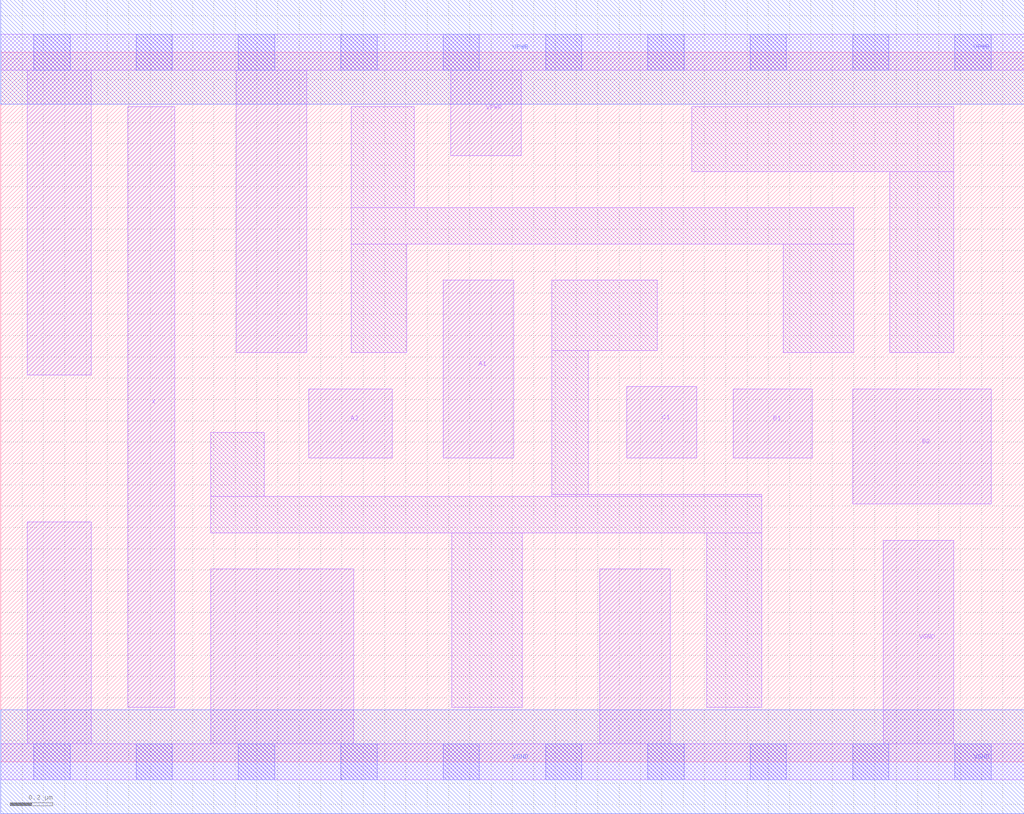
<source format=lef>
# Copyright 2020 The SkyWater PDK Authors
#
# Licensed under the Apache License, Version 2.0 (the "License");
# you may not use this file except in compliance with the License.
# You may obtain a copy of the License at
#
#     https://www.apache.org/licenses/LICENSE-2.0
#
# Unless required by applicable law or agreed to in writing, software
# distributed under the License is distributed on an "AS IS" BASIS,
# WITHOUT WARRANTIES OR CONDITIONS OF ANY KIND, either express or implied.
# See the License for the specific language governing permissions and
# limitations under the License.
#
# SPDX-License-Identifier: Apache-2.0

VERSION 5.7 ;
  NAMESCASESENSITIVE ON ;
  NOWIREEXTENSIONATPIN ON ;
  DIVIDERCHAR "/" ;
  BUSBITCHARS "[]" ;
UNITS
  DATABASE MICRONS 200 ;
END UNITS
MACRO sky130_fd_sc_lp__a221o_2
  CLASS CORE ;
  SOURCE USER ;
  FOREIGN sky130_fd_sc_lp__a221o_2 ;
  ORIGIN  0.000000  0.000000 ;
  SIZE  4.800000 BY  3.330000 ;
  SYMMETRY X Y R90 ;
  SITE unit ;
  PIN A1
    ANTENNAGATEAREA  0.315000 ;
    DIRECTION INPUT ;
    USE SIGNAL ;
    PORT
      LAYER li1 ;
        RECT 2.075000 1.425000 2.405000 2.260000 ;
    END
  END A1
  PIN A2
    ANTENNAGATEAREA  0.315000 ;
    DIRECTION INPUT ;
    USE SIGNAL ;
    PORT
      LAYER li1 ;
        RECT 1.445000 1.425000 1.835000 1.750000 ;
    END
  END A2
  PIN B1
    ANTENNAGATEAREA  0.315000 ;
    DIRECTION INPUT ;
    USE SIGNAL ;
    PORT
      LAYER li1 ;
        RECT 3.435000 1.425000 3.805000 1.750000 ;
    END
  END B1
  PIN B2
    ANTENNAGATEAREA  0.315000 ;
    DIRECTION INPUT ;
    USE SIGNAL ;
    PORT
      LAYER li1 ;
        RECT 3.995000 1.210000 4.645000 1.750000 ;
    END
  END B2
  PIN C1
    ANTENNAGATEAREA  0.315000 ;
    DIRECTION INPUT ;
    USE SIGNAL ;
    PORT
      LAYER li1 ;
        RECT 2.935000 1.425000 3.265000 1.760000 ;
    END
  END C1
  PIN X
    ANTENNADIFFAREA  0.588000 ;
    DIRECTION OUTPUT ;
    USE SIGNAL ;
    PORT
      LAYER li1 ;
        RECT 0.595000 0.255000 0.815000 3.075000 ;
    END
  END X
  PIN VGND
    DIRECTION INOUT ;
    USE GROUND ;
    PORT
      LAYER li1 ;
        RECT 0.000000 -0.085000 4.800000 0.085000 ;
        RECT 0.125000  0.085000 0.425000 1.125000 ;
        RECT 0.985000  0.085000 1.655000 0.905000 ;
        RECT 2.810000  0.085000 3.140000 0.905000 ;
        RECT 4.140000  0.085000 4.470000 1.040000 ;
      LAYER mcon ;
        RECT 0.155000 -0.085000 0.325000 0.085000 ;
        RECT 0.635000 -0.085000 0.805000 0.085000 ;
        RECT 1.115000 -0.085000 1.285000 0.085000 ;
        RECT 1.595000 -0.085000 1.765000 0.085000 ;
        RECT 2.075000 -0.085000 2.245000 0.085000 ;
        RECT 2.555000 -0.085000 2.725000 0.085000 ;
        RECT 3.035000 -0.085000 3.205000 0.085000 ;
        RECT 3.515000 -0.085000 3.685000 0.085000 ;
        RECT 3.995000 -0.085000 4.165000 0.085000 ;
        RECT 4.475000 -0.085000 4.645000 0.085000 ;
      LAYER met1 ;
        RECT 0.000000 -0.245000 4.800000 0.245000 ;
    END
  END VGND
  PIN VPWR
    DIRECTION INOUT ;
    USE POWER ;
    PORT
      LAYER li1 ;
        RECT 0.000000 3.245000 4.800000 3.415000 ;
        RECT 0.125000 1.815000 0.425000 3.245000 ;
        RECT 1.105000 1.920000 1.435000 3.245000 ;
        RECT 2.110000 2.845000 2.440000 3.245000 ;
      LAYER mcon ;
        RECT 0.155000 3.245000 0.325000 3.415000 ;
        RECT 0.635000 3.245000 0.805000 3.415000 ;
        RECT 1.115000 3.245000 1.285000 3.415000 ;
        RECT 1.595000 3.245000 1.765000 3.415000 ;
        RECT 2.075000 3.245000 2.245000 3.415000 ;
        RECT 2.555000 3.245000 2.725000 3.415000 ;
        RECT 3.035000 3.245000 3.205000 3.415000 ;
        RECT 3.515000 3.245000 3.685000 3.415000 ;
        RECT 3.995000 3.245000 4.165000 3.415000 ;
        RECT 4.475000 3.245000 4.645000 3.415000 ;
      LAYER met1 ;
        RECT 0.000000 3.085000 4.800000 3.575000 ;
    END
  END VPWR
  OBS
    LAYER li1 ;
      RECT 0.985000 1.075000 3.570000 1.245000 ;
      RECT 0.985000 1.245000 1.235000 1.545000 ;
      RECT 1.645000 1.920000 1.905000 2.430000 ;
      RECT 1.645000 2.430000 4.000000 2.600000 ;
      RECT 1.645000 2.600000 1.940000 3.075000 ;
      RECT 2.115000 0.255000 2.445000 1.075000 ;
      RECT 2.585000 1.245000 3.570000 1.255000 ;
      RECT 2.585000 1.255000 2.755000 1.930000 ;
      RECT 2.585000 1.930000 3.080000 2.260000 ;
      RECT 3.240000 2.770000 4.470000 3.075000 ;
      RECT 3.310000 0.255000 3.570000 1.075000 ;
      RECT 3.670000 1.920000 4.000000 2.430000 ;
      RECT 4.170000 1.920000 4.470000 2.770000 ;
  END
END sky130_fd_sc_lp__a221o_2

</source>
